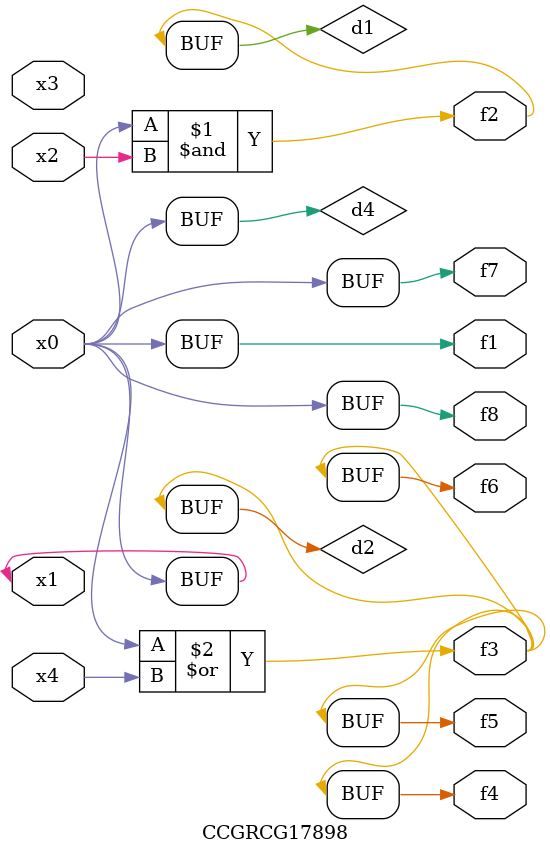
<source format=v>
module CCGRCG17898(
	input x0, x1, x2, x3, x4,
	output f1, f2, f3, f4, f5, f6, f7, f8
);

	wire d1, d2, d3, d4;

	and (d1, x0, x2);
	or (d2, x0, x4);
	nand (d3, x0, x2);
	buf (d4, x0, x1);
	assign f1 = d4;
	assign f2 = d1;
	assign f3 = d2;
	assign f4 = d2;
	assign f5 = d2;
	assign f6 = d2;
	assign f7 = d4;
	assign f8 = d4;
endmodule

</source>
